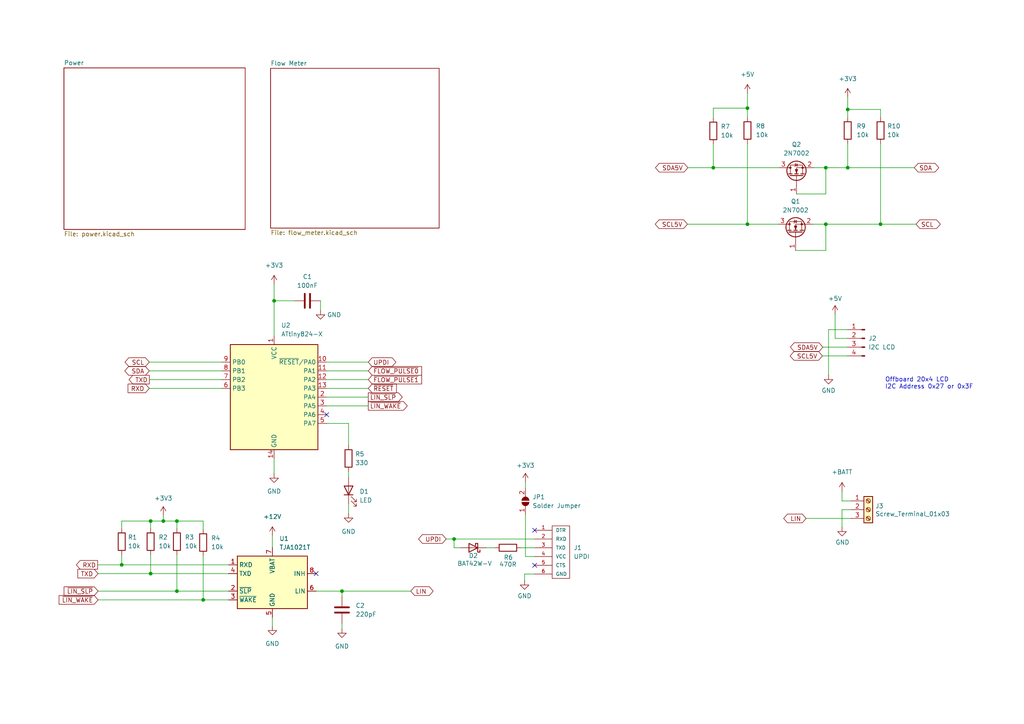
<source format=kicad_sch>
(kicad_sch (version 20211123) (generator eeschema)
  (paper "A4")
  (title_block (title "LINBus Flow Sensor") (date "2023-03-03") (rev "1.0") (company "Gavin Hurlbut"))
  (lib_symbols
    (symbol "Beirdo:FTDI-TARGET" (pin_names (offset 1.016))
      (property "Reference" "J?" (at -1.27 1.27 0))
      (property "Value" "FTDI-TARGET" (at -6.35 -17.78 0))
      (symbol "FTDI-TARGET_0_1"
        (rectangle (start -2.54 0) (end 2.54 -15.24))
      )
      (symbol "FTDI-TARGET_1_1"
        (pin passive line (at -7.62 -1.27 0) (length 5.08) (name "DTR") (number "1"))
        (pin passive line (at -7.62 -3.81 0) (length 5.08) (name "RXD") (number "2"))
        (pin passive line (at -7.62 -6.35 0) (length 5.08) (name "TXD") (number "3"))
        (pin passive line (at -7.62 -8.89 0) (length 5.08) (name "VCC") (number "4"))
        (pin passive line (at -7.62 -11.43 0) (length 5.08) (name "CTS") (number "5"))
        (pin passive line (at -7.62 -13.97 0) (length 5.08) (name "GND") (number "6"))
      )
    )
    (symbol "Connector:Conn_01x04_Male" (pin_names (offset 1.016) hide)
      (property "Reference" "J" (at 0 5.08 0))
      (property "Value" "Conn_01x04_Male" (at 0 -7.62 0))
      (symbol "Conn_01x04_Male_1_1"
        (polyline (pts (xy 1.27 -5.08) (xy 0.8636 -5.08)) (stroke (width 0.1524)))
        (polyline (pts (xy 1.27 -2.54) (xy 0.8636 -2.54)) (stroke (width 0.1524)))
        (polyline (pts (xy 1.27 0) (xy 0.8636 0)) (stroke (width 0.1524)))
        (polyline (pts (xy 1.27 2.54) (xy 0.8636 2.54)) (stroke (width 0.1524)))
        (rectangle (start 0.8636 -4.953) (end 0 -5.207) (stroke (width 0.1524)) (fill (type outline)))
        (rectangle (start 0.8636 -2.413) (end 0 -2.667) (stroke (width 0.1524)) (fill (type outline)))
        (rectangle (start 0.8636 0.127) (end 0 -0.127) (stroke (width 0.1524)) (fill (type outline)))
        (rectangle (start 0.8636 2.667) (end 0 2.413) (stroke (width 0.1524)) (fill (type outline)))
        (pin passive line (at 5.08 2.54 180) (length 3.81) (name "Pin_1") (number "1"))
        (pin passive line (at 5.08 0 180) (length 3.81) (name "Pin_2") (number "2"))
        (pin passive line (at 5.08 -2.54 180) (length 3.81) (name "Pin_3") (number "3"))
        (pin passive line (at 5.08 -5.08 180) (length 3.81) (name "Pin_4") (number "4"))
      )
    )
    (symbol "Connector:Screw_Terminal_01x03" (pin_names (offset 1.016) hide)
      (property "Reference" "J" (at 0 5.08 0))
      (property "Value" "Screw_Terminal_01x03" (at 0 -5.08 0))
      (symbol "Screw_Terminal_01x03_1_1"
        (rectangle (start -1.27 3.81) (end 1.27 -3.81) (stroke (width 0.254)) (fill (type background)))
        (circle (center 0 -2.54) (radius 0.635) (stroke (width 0.1524)))
        (polyline (pts (xy -0.5334 -2.2098) (xy 0.3302 -3.048)) (stroke (width 0.1524)))
        (polyline (pts (xy -0.5334 0.3302) (xy 0.3302 -0.508)) (stroke (width 0.1524)))
        (polyline (pts (xy -0.5334 2.8702) (xy 0.3302 2.032)) (stroke (width 0.1524)))
        (polyline (pts (xy -0.3556 -2.032) (xy 0.508 -2.8702)) (stroke (width 0.1524)))
        (polyline (pts (xy -0.3556 0.508) (xy 0.508 -0.3302)) (stroke (width 0.1524)))
        (polyline (pts (xy -0.3556 3.048) (xy 0.508 2.2098)) (stroke (width 0.1524)))
        (circle (center 0 0) (radius 0.635) (stroke (width 0.1524)))
        (circle (center 0 2.54) (radius 0.635) (stroke (width 0.1524)))
        (pin passive line (at -5.08 2.54 0) (length 3.81) (name "Pin_1") (number "1"))
        (pin passive line (at -5.08 0 0) (length 3.81) (name "Pin_2") (number "2"))
        (pin passive line (at -5.08 -2.54 0) (length 3.81) (name "Pin_3") (number "3"))
      )
    )
    (symbol "Device:C" (pin_numbers hide) (pin_names (offset 0.254))
      (property "Reference" "C" (at 0.635 2.54 0))
      (property "Value" "C" (at 0.635 -2.54 0))
      (symbol "C_0_1"
        (polyline (pts (xy -2.032 -0.762) (xy 2.032 -0.762)) (stroke (width 0.508)))
        (polyline (pts (xy -2.032 0.762) (xy 2.032 0.762)) (stroke (width 0.508)))
      )
      (symbol "C_1_1"
        (pin passive line (at 0 3.81 270) (length 2.794) (name "~") (number "1"))
        (pin passive line (at 0 -3.81 90) (length 2.794) (name "~") (number "2"))
      )
    )
    (symbol "Device:LED" (pin_numbers hide) (pin_names (offset 1.016) hide)
      (property "Reference" "D" (at 0 2.54 0))
      (property "Value" "LED" (at 0 -2.54 0))
      (symbol "LED_0_1"
        (polyline (pts (xy -1.27 -1.27) (xy -1.27 1.27)) (stroke (width 0.254)))
        (polyline (pts (xy -1.27 0) (xy 1.27 0)))
        (polyline (pts (xy 1.27 -1.27) (xy 1.27 1.27) (xy -1.27 0) (xy 1.27 -1.27)) (stroke (width 0.254)))
        (polyline (pts (xy -3.048 -0.762) (xy -4.572 -2.286) (xy -3.81 -2.286) (xy -4.572 -2.286) (xy -4.572 -1.524)))
        (polyline (pts (xy -1.778 -0.762) (xy -3.302 -2.286) (xy -2.54 -2.286) (xy -3.302 -2.286) (xy -3.302 -1.524)))
      )
      (symbol "LED_1_1"
        (pin passive line (at -3.81 0 0) (length 2.54) (name "K") (number "1"))
        (pin passive line (at 3.81 0 180) (length 2.54) (name "A") (number "2"))
      )
    )
    (symbol "Device:R" (pin_numbers hide) (pin_names (offset 0))
      (property "Reference" "R" (at 2.032 0 90))
      (property "Value" "R" (at 0 0 90))
      (symbol "R_0_1"
        (rectangle (start -1.016 -2.54) (end 1.016 2.54) (stroke (width 0.254)))
      )
      (symbol "R_1_1"
        (pin passive line (at 0 3.81 270) (length 1.27) (name "~") (number "1"))
        (pin passive line (at 0 -3.81 90) (length 1.27) (name "~") (number "2"))
      )
    )
    (symbol "Diode:BAT42W-V" (pin_numbers hide) (pin_names (offset 1.016) hide)
      (property "Reference" "D" (at 0 2.54 0))
      (property "Value" "BAT42W-V" (at 0 -2.54 0))
      (symbol "BAT42W-V_0_1"
        (polyline (pts (xy 1.27 0) (xy -1.27 0)))
        (polyline (pts (xy 1.27 1.27) (xy 1.27 -1.27) (xy -1.27 0) (xy 1.27 1.27)) (stroke (width 0.254)))
        (polyline (pts (xy -1.905 0.635) (xy -1.905 1.27) (xy -1.27 1.27) (xy -1.27 -1.27) (xy -0.635 -1.27) (xy -0.635 -0.635)) (stroke (width 0.254)))
      )
      (symbol "BAT42W-V_1_1"
        (pin passive line (at -3.81 0 0) (length 2.54) (name "K") (number "1"))
        (pin passive line (at 3.81 0 180) (length 2.54) (name "A") (number "2"))
      )
    )
    (symbol "GND_1" (power) (pin_names (offset 0))
      (property "Value" "GND_1" (at 0 -3.81 0))
      (symbol "GND_1_0_1"
        (polyline (pts (xy 0 0) (xy 0 -1.27) (xy 1.27 -1.27) (xy 0 -2.54) (xy -1.27 -1.27) (xy 0 -1.27)))
      )
      (symbol "GND_1_1_1"
        (pin power_in line (at 0 0 270) (length 0) hide (name "GND") (number "1"))
      )
    )
    (symbol "Interface_CAN_LIN:TJA1021T"
      (property "Reference" "U" (at -10.16 8.89 0))
      (property "Value" "TJA1021T" (at 1.27 8.89 0))
      (symbol "TJA1021T_0_1"
        (rectangle (start -10.16 7.62) (end 10.16 -7.62) (stroke (width 0.254)) (fill (type background)))
      )
      (symbol "TJA1021T_1_1"
        (pin open_collector line (at -12.7 5.08 0) (length 2.54) (name "RXD") (number "1"))
        (pin input line (at -12.7 -2.54 0) (length 2.54) (name "~{SLP}") (number "2"))
        (pin input line (at -12.7 -5.08 0) (length 2.54) (name "~{WAKE}") (number "3"))
        (pin input line (at -12.7 2.54 0) (length 2.54) (name "TXD") (number "4"))
        (pin power_in line (at 0 -10.16 90) (length 2.54) (name "GND") (number "5"))
        (pin bidirectional line (at 12.7 -2.54 180) (length 2.54) (name "LIN") (number "6"))
        (pin power_in line (at 0 10.16 270) (length 2.54) (name "VBAT") (number "7"))
        (pin output line (at 12.7 2.54 180) (length 2.54) (name "INH") (number "8"))
      )
    )
    (symbol "Jumper:SolderJumper_2_Open" (pin_names (offset 0) hide)
      (property "Reference" "JP" (at 0 2.032 0))
      (property "Value" "SolderJumper_2_Open" (at 0 -2.54 0))
      (symbol "SolderJumper_2_Open_0_1"
        (arc (start -0.254 1.016) (mid -1.27 0) (end -0.254 -1.016))
        (arc (start -0.254 1.016) (mid -1.27 0) (end -0.254 -1.016) (fill (type outline)))
        (polyline (pts (xy -0.254 1.016) (xy -0.254 -1.016)))
        (polyline (pts (xy 0.254 1.016) (xy 0.254 -1.016)))
        (arc (start 0.254 -1.016) (mid 1.27 0) (end 0.254 1.016))
        (arc (start 0.254 -1.016) (mid 1.27 0) (end 0.254 1.016) (fill (type outline)))
      )
      (symbol "SolderJumper_2_Open_1_1"
        (pin passive line (at -3.81 0 0) (length 2.54) (name "A") (number "1"))
        (pin passive line (at 3.81 0 180) (length 2.54) (name "B") (number "2"))
      )
    )
    (symbol "MCU_Microchip_ATtiny:ATtiny824-X"
      (property "Reference" "U" (at -12.7 16.51 0))
      (property "Value" "ATtiny824-X" (at 2.54 -16.51 0))
      (symbol "ATtiny824-X_0_1"
        (rectangle (start -12.7 -15.24) (end 12.7 15.24) (stroke (width 0.254)) (fill (type background)))
      )
      (symbol "ATtiny824-X_1_1"
        (pin power_in line (at 0 17.78 270) (length 2.54) (name "VCC") (number "1"))
        (pin bidirectional line (at 15.24 10.16 180) (length 2.54) (name "~{RESET}/PA0") (number "10"))
        (pin bidirectional line (at 15.24 7.62 180) (length 2.54) (name "PA1") (number "11"))
        (pin bidirectional line (at 15.24 5.08 180) (length 2.54) (name "PA2") (number "12"))
        (pin bidirectional line (at 15.24 2.54 180) (length 2.54) (name "PA3") (number "13"))
        (pin power_in line (at 0 -17.78 90) (length 2.54) (name "GND") (number "14"))
        (pin bidirectional line (at 15.24 0 180) (length 2.54) (name "PA4") (number "2"))
        (pin bidirectional line (at 15.24 -2.54 180) (length 2.54) (name "PA5") (number "3"))
        (pin bidirectional line (at 15.24 -5.08 180) (length 2.54) (name "PA6") (number "4"))
        (pin bidirectional line (at 15.24 -7.62 180) (length 2.54) (name "PA7") (number "5"))
        (pin bidirectional line (at -15.24 2.54 0) (length 2.54) (name "PB3") (number "6"))
        (pin bidirectional line (at -15.24 5.08 0) (length 2.54) (name "PB2") (number "7"))
        (pin bidirectional line (at -15.24 7.62 0) (length 2.54) (name "PB1") (number "8"))
        (pin bidirectional line (at -15.24 10.16 0) (length 2.54) (name "PB0") (number "9"))
      )
    )
    (symbol "Transistor_FET:2N7002" (pin_names hide)
      (property "Reference" "Q" (at 5.08 1.905 0))
      (property "Value" "2N7002" (at 5.08 0 0))
      (symbol "2N7002_0_1"
        (polyline (pts (xy 0.254 0) (xy -2.54 0)))
        (polyline (pts (xy 0.254 1.905) (xy 0.254 -1.905)) (stroke (width 0.254)))
        (polyline (pts (xy 0.762 -1.27) (xy 0.762 -2.286)) (stroke (width 0.254)))
        (polyline (pts (xy 0.762 0.508) (xy 0.762 -0.508)) (stroke (width 0.254)))
        (polyline (pts (xy 0.762 2.286) (xy 0.762 1.27)) (stroke (width 0.254)))
        (polyline (pts (xy 2.54 2.54) (xy 2.54 1.778)))
        (polyline (pts (xy 2.54 -2.54) (xy 2.54 0) (xy 0.762 0)))
        (polyline (pts (xy 0.762 -1.778) (xy 3.302 -1.778) (xy 3.302 1.778) (xy 0.762 1.778)))
        (polyline (pts (xy 1.016 0) (xy 2.032 0.381) (xy 2.032 -0.381) (xy 1.016 0)) (fill (type outline)))
        (polyline (pts (xy 2.794 0.508) (xy 2.921 0.381) (xy 3.683 0.381) (xy 3.81 0.254)))
        (polyline (pts (xy 3.302 0.381) (xy 2.921 -0.254) (xy 3.683 -0.254) (xy 3.302 0.381)))
        (circle (center 1.651 0) (radius 2.794) (stroke (width 0.254)))
        (circle (center 2.54 -1.778) (radius 0.254) (fill (type outline)))
        (circle (center 2.54 1.778) (radius 0.254) (fill (type outline)))
      )
      (symbol "2N7002_1_1"
        (pin input line (at -5.08 0 0) (length 2.54) (name "G") (number "1"))
        (pin passive line (at 2.54 -5.08 90) (length 2.54) (name "S") (number "2"))
        (pin passive line (at 2.54 5.08 270) (length 2.54) (name "D") (number "3"))
      )
    )
    (symbol "power:+12V" (power) (pin_names (offset 0))
      (property "Value" "+12V" (at 0 3.556 0))
      (symbol "+12V_0_1"
        (polyline (pts (xy -0.762 1.27) (xy 0 2.54)))
        (polyline (pts (xy 0 0) (xy 0 2.54)))
        (polyline (pts (xy 0 2.54) (xy 0.762 1.27)))
      )
      (symbol "+12V_1_1"
        (pin power_in line (at 0 0 90) (length 0) hide (name "+12V") (number "1"))
      )
    )
    (symbol "power:+3V3" (power) (pin_names (offset 0))
      (property "Value" "+3V3" (at 0 3.556 0))
      (symbol "+3V3_0_1"
        (polyline (pts (xy -0.762 1.27) (xy 0 2.54)))
        (polyline (pts (xy 0 0) (xy 0 2.54)))
        (polyline (pts (xy 0 2.54) (xy 0.762 1.27)))
      )
      (symbol "+3V3_1_1"
        (pin power_in line (at 0 0 90) (length 0) hide (name "+3V3") (number "1"))
      )
    )
    (symbol "power:+5V" (power) (pin_names (offset 0))
      (property "Value" "+5V" (at 0 3.556 0))
      (symbol "+5V_0_1"
        (polyline (pts (xy -0.762 1.27) (xy 0 2.54)))
        (polyline (pts (xy 0 0) (xy 0 2.54)))
        (polyline (pts (xy 0 2.54) (xy 0.762 1.27)))
      )
      (symbol "+5V_1_1"
        (pin power_in line (at 0 0 90) (length 0) hide (name "+5V") (number "1"))
      )
    )
    (symbol "power:+BATT" (power) (pin_names (offset 0))
      (property "Value" "+BATT" (at 0 3.556 0))
      (symbol "+BATT_0_1"
        (polyline (pts (xy -0.762 1.27) (xy 0 2.54)))
        (polyline (pts (xy 0 0) (xy 0 2.54)))
        (polyline (pts (xy 0 2.54) (xy 0.762 1.27)))
      )
      (symbol "+BATT_1_1"
        (pin power_in line (at 0 0 90) (length 0) hide (name "+BATT") (number "1"))
      )
    )
    (symbol "power:GND" (power) (pin_names (offset 0))
      (property "Value" "GND" (at 0 -3.81 0))
      (symbol "GND_0_1"
        (polyline (pts (xy 0 0) (xy 0 -1.27) (xy 1.27 -1.27) (xy 0 -2.54) (xy -1.27 -1.27) (xy 0 -1.27)))
      )
      (symbol "GND_1_1"
        (pin power_in line (at 0 0 270) (length 0) hide (name "GND") (number "1"))
      )
    )
  )
  (junction (at 239.522 48.641))
  (junction (at 79.502 87.249))
  (junction (at 47.371 151.13))
  (junction (at 216.789 31.369))
  (junction (at 206.883 48.641))
  (junction (at 255.397 65.024))
  (junction (at 43.688 151.13))
  (junction (at 245.872 31.75))
  (junction (at 43.688 166.37))
  (junction (at 239.522 65.024))
  (junction (at 58.928 173.99))
  (junction (at 35.306 163.83))
  (junction (at 99.187 171.45))
  (junction (at 245.872 48.641))
  (junction (at 51.308 171.45))
  (junction (at 131.699 156.337))
  (junction (at 51.308 151.13))
  (junction (at 216.789 65.024))
  (no_connect (at 91.694 166.37))
  (no_connect (at 155.067 163.957))
  (no_connect (at 155.067 153.797))
  (no_connect (at 94.742 120.269))
  (wire (pts (xy 94.742 107.569) (xy 106.807 107.569)))
  (wire (pts (xy 79.502 132.969) (xy 79.502 137.414)))
  (wire (pts (xy 240.3094 108.8136) (xy 240.3094 95.6056)))
  (wire (pts (xy 43.688 166.37) (xy 66.294 166.37)))
  (wire (pts (xy 216.789 65.024) (xy 225.679 65.024)))
  (wire (pts (xy 58.928 161.163) (xy 58.928 173.99)))
  (wire (pts (xy 43.688 151.13) (xy 47.371 151.13)))
  (wire (pts (xy 152.4 139.827) (xy 152.4 141.605)))
  (wire (pts (xy 58.928 173.99) (xy 66.294 173.99)))
  (wire (pts (xy 47.371 151.13) (xy 51.308 151.13)))
  (wire (pts (xy 155.067 166.497) (xy 152.146 166.497)))
  (wire (pts (xy 58.928 151.13) (xy 58.928 153.543)))
  (wire (pts (xy 28.448 171.45) (xy 51.308 171.45)))
  (wire (pts (xy 242.2144 98.1456) (xy 245.7704 98.1456)))
  (wire (pts (xy 79.502 82.423) (xy 79.502 87.249)))
  (wire (pts (xy 79.502 87.249) (xy 79.502 97.409)))
  (wire (pts (xy 245.872 48.641) (xy 265.176 48.641)))
  (wire (pts (xy 99.187 180.721) (xy 99.187 182.372)))
  (wire (pts (xy 239.522 56.261) (xy 239.522 48.641)))
  (wire (pts (xy 106.807 105.029) (xy 94.742 105.029)))
  (wire (pts (xy 245.872 31.75) (xy 255.397 31.75)))
  (wire (pts (xy 152.4 149.225) (xy 152.4 161.417)))
  (wire (pts (xy 199.517 48.641) (xy 206.883 48.641)))
  (wire (pts (xy 131.699 156.337) (xy 155.067 156.337)))
  (wire (pts (xy 35.306 160.909) (xy 35.306 163.83)))
  (wire (pts (xy 129.413 156.337) (xy 131.699 156.337)))
  (wire (pts (xy 99.187 171.45) (xy 119.126 171.45)))
  (wire (pts (xy 244.221 147.828) (xy 246.761 147.828)))
  (wire (pts (xy 43.688 160.909) (xy 43.688 166.37)))
  (wire (pts (xy 245.872 28.194) (xy 245.872 31.75)))
  (wire (pts (xy 51.308 151.13) (xy 51.308 153.289)))
  (wire (pts (xy 206.883 48.641) (xy 225.933 48.641)))
  (wire (pts (xy 94.742 112.649) (xy 106.807 112.649)))
  (wire (pts (xy 141.097 158.877) (xy 143.51 158.877)))
  (wire (pts (xy 231.013 56.261) (xy 239.522 56.261)))
  (wire (pts (xy 245.872 31.75) (xy 245.872 34.036)))
  (wire (pts (xy 94.742 122.809) (xy 101.092 122.809)))
  (wire (pts (xy 78.994 179.07) (xy 78.994 181.61)))
  (wire (pts (xy 230.759 72.644) (xy 239.522 72.644)))
  (wire (pts (xy 79.502 87.249) (xy 85.344 87.249)))
  (wire (pts (xy 235.839 65.024) (xy 239.522 65.024)))
  (wire (pts (xy 216.789 41.656) (xy 216.789 65.024)))
  (wire (pts (xy 246.761 150.368) (xy 233.807 150.368)))
  (wire (pts (xy 94.742 110.109) (xy 106.807 110.109)))
  (wire (pts (xy 242.2144 91.1606) (xy 242.2144 98.1456)))
  (wire (pts (xy 78.994 155.321) (xy 78.994 158.75)))
  (wire (pts (xy 94.742 115.189) (xy 106.807 115.189)))
  (wire (pts (xy 206.883 31.369) (xy 216.789 31.369)))
  (wire (pts (xy 239.522 72.644) (xy 239.522 65.024)))
  (wire (pts (xy 35.306 163.83) (xy 66.294 163.83)))
  (wire (pts (xy 51.308 160.909) (xy 51.308 171.45)))
  (wire (pts (xy 206.883 31.369) (xy 206.883 34.163)))
  (wire (pts (xy 238.6584 100.6856) (xy 245.7704 100.6856)))
  (wire (pts (xy 43.307 110.109) (xy 64.262 110.109)))
  (wire (pts (xy 244.221 152.908) (xy 244.221 147.828)))
  (wire (pts (xy 101.092 146.05) (xy 101.092 148.971)))
  (wire (pts (xy 43.307 112.649) (xy 64.262 112.649)))
  (wire (pts (xy 245.872 41.656) (xy 245.872 48.641)))
  (wire (pts (xy 51.308 171.45) (xy 66.294 171.45)))
  (wire (pts (xy 133.477 158.877) (xy 131.699 158.877)))
  (wire (pts (xy 43.307 105.029) (xy 64.262 105.029)))
  (wire (pts (xy 91.694 171.45) (xy 99.187 171.45)))
  (wire (pts (xy 131.699 158.877) (xy 131.699 156.337)))
  (wire (pts (xy 51.308 151.13) (xy 58.928 151.13)))
  (wire (pts (xy 199.39 65.024) (xy 216.789 65.024)))
  (wire (pts (xy 43.688 151.13) (xy 43.688 153.289)))
  (wire (pts (xy 94.742 117.729) (xy 106.807 117.729)))
  (wire (pts (xy 240.3094 95.6056) (xy 245.7704 95.6056)))
  (wire (pts (xy 236.093 48.641) (xy 239.522 48.641)))
  (wire (pts (xy 43.307 107.569) (xy 64.262 107.569)))
  (wire (pts (xy 244.221 145.288) (xy 244.221 142.494)))
  (wire (pts (xy 239.522 65.024) (xy 255.397 65.024)))
  (wire (pts (xy 101.092 136.779) (xy 101.092 138.43)))
  (wire (pts (xy 35.306 151.13) (xy 43.688 151.13)))
  (wire (pts (xy 152.146 166.497) (xy 152.146 168.402)))
  (wire (pts (xy 92.964 87.249) (xy 92.964 90.043)))
  (wire (pts (xy 101.092 122.809) (xy 101.092 129.159)))
  (wire (pts (xy 35.306 153.289) (xy 35.306 151.13)))
  (wire (pts (xy 155.067 161.417) (xy 152.4 161.417)))
  (wire (pts (xy 244.221 145.288) (xy 246.761 145.288)))
  (wire (pts (xy 255.397 65.024) (xy 265.684 65.024)))
  (wire (pts (xy 255.397 41.656) (xy 255.397 65.024)))
  (wire (pts (xy 239.522 48.641) (xy 245.872 48.641)))
  (wire (pts (xy 238.5314 103.2256) (xy 245.7704 103.2256)))
  (wire (pts (xy 216.789 34.036) (xy 216.789 31.369)))
  (wire (pts (xy 28.448 173.99) (xy 58.928 173.99)))
  (wire (pts (xy 99.187 171.45) (xy 99.187 173.101)))
  (wire (pts (xy 28.321 163.83) (xy 35.306 163.83)))
  (wire (pts (xy 28.448 166.37) (xy 43.688 166.37)))
  (wire (pts (xy 47.371 149.479) (xy 47.371 151.13)))
  (wire (pts (xy 151.13 158.877) (xy 155.067 158.877)))
  (wire (pts (xy 206.883 41.783) (xy 206.883 48.641)))
  (wire (pts (xy 255.397 31.75) (xy 255.397 34.036)))
  (wire (pts (xy 216.789 27.051) (xy 216.789 31.369)))
  (text "Offboard 20x4 LCD\nI2C Address 0x27 or 0x3F" (at 256.6924 113.0046 0) (effects (font (size 1.27 1.27)) (justify left bottom)))
  (global_label "~{FLOW_PULSE0}" (shape input) (at 106.807 107.569 0) (property "Intersheet References" "${INTERSHEET_REFS}" (effects hide)))
  (global_label "~{LIN_SLP}" (shape output) (at 106.807 115.189 0) (property "Intersheet References" "${INTERSHEET_REFS}" (effects hide)))
  (global_label "~{LIN_SLP}" (shape input) (at 28.448 171.45 180) (property "Intersheet References" "${INTERSHEET_REFS}" (effects hide)))
  (global_label "RXD" (shape input) (at 43.307 112.649 180) (property "Intersheet References" "${INTERSHEET_REFS}" (effects hide)))
  (global_label "SCL" (shape bidirectional) (at 43.307 105.029 180) (property "Intersheet References" "${INTERSHEET_REFS}" (effects hide)))
  (global_label "SDA5V" (shape bidirectional) (at 199.517 48.641 180) (property "Intersheet References" "${INTERSHEET_REFS}" (effects hide)))
  (global_label "LIN" (shape bidirectional) (at 119.126 171.45 0) (property "Intersheet References" "${INTERSHEET_REFS}" (effects hide)))
  (global_label "~{LIN_WAKE}" (shape output) (at 106.807 117.729 0) (property "Intersheet References" "${INTERSHEET_REFS}" (effects hide)))
  (global_label "SDA" (shape bidirectional) (at 265.176 48.641 0) (property "Intersheet References" "${INTERSHEET_REFS}" (effects hide)))
  (global_label "LIN" (shape bidirectional) (at 233.807 150.368 180) (property "Intersheet References" "${INTERSHEET_REFS}" (effects hide)))
  (global_label "SCL5V" (shape bidirectional) (at 238.5314 103.2256 180) (property "Intersheet References" "${INTERSHEET_REFS}" (effects hide)))
  (global_label "~{FLOW_PULSE1}" (shape input) (at 106.807 110.109 0) (property "Intersheet References" "${INTERSHEET_REFS}" (effects hide)))
  (global_label "SDA5V" (shape bidirectional) (at 238.6584 100.6856 180) (property "Intersheet References" "${INTERSHEET_REFS}" (effects hide)))
  (global_label "~{RESET}" (shape input) (at 106.807 112.649 0) (property "Intersheet References" "${INTERSHEET_REFS}" (effects hide)))
  (global_label "TXD" (shape input) (at 28.448 166.37 180) (property "Intersheet References" "${INTERSHEET_REFS}" (effects hide)))
  (global_label "~{LIN_WAKE}" (shape input) (at 28.448 173.99 180) (property "Intersheet References" "${INTERSHEET_REFS}" (effects hide)))
  (global_label "SDA" (shape bidirectional) (at 43.307 107.569 180) (property "Intersheet References" "${INTERSHEET_REFS}" (effects hide)))
  (global_label "SCL5V" (shape bidirectional) (at 199.39 65.024 180) (property "Intersheet References" "${INTERSHEET_REFS}" (effects hide)))
  (global_label "SCL" (shape bidirectional) (at 265.684 65.024 0) (property "Intersheet References" "${INTERSHEET_REFS}" (effects hide)))
  (global_label "TXD" (shape output) (at 43.307 110.109 180) (property "Intersheet References" "${INTERSHEET_REFS}" (effects hide)))
  (global_label "UPDI" (shape bidirectional) (at 106.807 105.029 0) (property "Intersheet References" "${INTERSHEET_REFS}" (effects hide)))
  (global_label "RXD" (shape output) (at 28.321 163.83 180) (property "Intersheet References" "${INTERSHEET_REFS}" (effects hide)))
  (global_label "UPDI" (shape bidirectional) (at 129.413 156.337 180) (property "Intersheet References" "${INTERSHEET_REFS}" (effects hide)))
  (symbol (lib_id "Device:R") (at 216.789 37.846 0) (unit 1)
    (property "Reference" "R8" (at 219.202 36.5759 0) (effects (justify left)))
    (property "Value" "10k" (at 219.202 39.1159 0) (effects (justify left)))
    (property "Footprint" "Resistor_SMD:R_0805_2012Metric_Pad1.20x1.40mm_HandSolder" (effects hide))
  )
  (symbol (lib_id "Beirdo:FTDI-TARGET") (at 162.687 152.527 0) (unit 1)
    (property "Reference" "J1" (at 166.37 158.8769 0) (effects (justify left)))
    (property "Value" "UPDI" (at 166.37 161.4169 0) (effects (justify left)))
    (property "Footprint" "Beirdo:FTDI-TARGET" (effects hide))
  )
  (symbol (lib_id "power:+3V3") (at 245.872 28.194 0) (unit 1)
    (property "Reference" "#PWR019" (effects hide))
    (property "Value" "+3V3" (at 245.872 22.86 0))
  )
  (symbol (lib_id "power:GND") (at 244.221 152.908 0) (unit 1)
    (property "Reference" "#PWR018" (effects hide))
    (property "Value" "GND" (at 244.348 157.3022 0))
  )
  (symbol (lib_id "Connector:Screw_Terminal_01x03") (at 251.841 147.828 0) (unit 1)
    (property "Reference" "J3" (at 253.873 146.7612 0) (effects (justify left)))
    (property "Value" "Screw_Terminal_01x03" (at 253.873 149.0726 0) (effects (justify left)))
    (property "Footprint" "TerminalBlock_TE-Connectivity:TerminalBlock_TE_282834-3_1x03_P2.54mm_Horizontal" (effects hide))
  )
  (symbol (lib_id "power:+3V3") (at 152.4 139.827 0) (unit 1)
    (property "Reference" "#PWR012" (effects hide))
    (property "Value" "+3V3" (at 152.4 135.001 0))
  )
  (symbol (lib_id "power:+BATT") (at 244.221 142.494 0) (unit 1)
    (property "Reference" "#PWR017" (effects hide))
    (property "Value" "+BATT" (at 244.221 136.906 0))
  )
  (symbol (lib_id "Device:R") (at 58.928 157.353 0) (unit 1)
    (property "Reference" "R4" (at 61.214 156.0829 0) (effects (justify left)))
    (property "Value" "10k" (at 61.214 158.6229 0) (effects (justify left)))
    (property "Footprint" "Resistor_SMD:R_0805_2012Metric_Pad1.20x1.40mm_HandSolder" (effects hide))
  )
  (symbol (lib_id "power:GND") (at 99.187 182.372 0) (unit 1)
    (property "Reference" "#PWR07" (effects hide))
    (property "Value" "GND" (at 99.187 187.452 0))
  )
  (symbol (lib_id "power:GND") (at 78.994 181.61 0) (unit 1)
    (property "Reference" "#PWR03" (effects hide))
    (property "Value" "GND" (at 78.994 186.69 0))
  )
  (symbol (lib_id "Device:R") (at 255.397 37.846 0) (unit 1)
    (property "Reference" "R10" (at 257.302 36.5759 0) (effects (justify left)))
    (property "Value" "10k" (at 257.302 39.1159 0) (effects (justify left)))
    (property "Footprint" "Resistor_SMD:R_0805_2012Metric_Pad1.20x1.40mm_HandSolder" (effects hide))
  )
  (symbol (lib_id "Device:R") (at 206.883 37.973 0) (unit 1)
    (property "Reference" "R7" (at 209.042 36.7029 0) (effects (justify left)))
    (property "Value" "10k" (at 209.042 39.2429 0) (effects (justify left)))
    (property "Footprint" "Resistor_SMD:R_0805_2012Metric_Pad1.20x1.40mm_HandSolder" (effects hide))
  )
  (symbol (lib_id "Device:R") (at 245.872 37.846 0) (unit 1)
    (property "Reference" "R9" (at 248.412 36.5759 0) (effects (justify left)))
    (property "Value" "10k" (at 248.412 39.1159 0) (effects (justify left)))
    (property "Footprint" "Resistor_SMD:R_0805_2012Metric_Pad1.20x1.40mm_HandSolder" (effects hide))
  )
  (symbol (lib_id "Device:R") (at 35.306 157.099 0) (unit 1)
    (property "Reference" "R1" (at 37.084 155.8289 0) (effects (justify left)))
    (property "Value" "10k" (at 37.084 158.3689 0) (effects (justify left)))
    (property "Footprint" "Resistor_SMD:R_0805_2012Metric_Pad1.20x1.40mm_HandSolder" (effects hide))
  )
  (symbol (lib_id "Device:C") (at 99.187 176.911 0) (unit 1)
    (property "Reference" "C2" (at 103.124 175.6409 0) (effects (justify left)))
    (property "Value" "220pF" (at 103.124 178.1809 0) (effects (justify left)))
    (property "Footprint" "Capacitor_SMD:C_0805_2012Metric_Pad1.18x1.45mm_HandSolder" (effects hide))
  )
  (symbol (lib_id "Device:LED") (at 101.092 142.24 90) (unit 1)
    (property "Reference" "D1" (at 104.267 142.5574 90) (effects (justify right)))
    (property "Value" "LED" (at 104.267 145.0974 90) (effects (justify right)))
    (property "Footprint" "LED_SMD:LED_0805_2012Metric_Pad1.15x1.40mm_HandSolder" (effects hide))
  )
  (symbol (lib_id "Transistor_FET:2N7002") (at 230.759 67.564 90) (unit 1)
    (property "Reference" "Q1" (at 230.759 58.42 90))
    (property "Value" "2N7002" (at 230.759 60.96 90))
    (property "Footprint" "Package_TO_SOT_SMD:SOT-23" (effects hide))
    (property "Datasheet" "https://www.onsemi.com/pub/Collateral/NDS7002A-D.PDF" (effects hide))
  )
  (symbol (lib_id "power:+5V") (at 242.2144 91.1606 0) (unit 1)
    (property "Reference" "#PWR016" (effects hide))
    (property "Value" "+5V" (at 242.2144 86.5886 0))
  )
  (symbol (lib_id "power:GND") (at 79.502 137.414 0) (unit 1)
    (property "Reference" "#PWR05" (effects hide))
    (property "Value" "GND" (at 79.502 142.494 0))
  )
  (symbol (lib_id "Transistor_FET:2N7002") (at 231.013 51.181 90) (unit 1)
    (property "Reference" "Q2" (at 231.013 41.91 90))
    (property "Value" "2N7002" (at 231.013 44.45 90))
    (property "Footprint" "Package_TO_SOT_SMD:SOT-23" (effects hide))
    (property "Datasheet" "https://www.onsemi.com/pub/Collateral/NDS7002A-D.PDF" (effects hide))
  )
  (symbol (lib_id "Connector:Conn_01x04_Male") (at 250.8504 98.1456 0) (mirror y) (unit 1)
    (property "Reference" "J2" (at 251.8664 98.1455 0) (effects (justify right)))
    (property "Value" "I2C LCD" (at 251.8664 100.6855 0) (effects (justify right)))
    (property "Footprint" "Connector_PinHeader_2.54mm:PinHeader_1x04_P2.54mm_Vertical" (effects hide))
  )
  (symbol (lib_id "power:GND") (at 240.3094 108.8136 0) (unit 1)
    (property "Reference" "#PWR015" (effects hide))
    (property "Value" "GND" (at 240.3094 113.2586 0))
  )
  (symbol (lib_id "Diode:BAT42W-V") (at 137.287 158.877 180) (unit 1)
    (property "Reference" "D2" (at 137.287 161.163 0))
    (property "Value" "BAT42W-V" (at 137.668 163.449 0))
    (property "Footprint" "Diode_SMD:D_SOD-123" (effects hide))
    (property "Datasheet" "http://www.vishay.com/docs/85660/bat42.pdf" (effects hide))
  )
  (symbol (lib_name "GND_1") (lib_id "power:GND") (at 152.146 168.402 0) (unit 1)
    (property "Reference" "#PWR011" (effects hide))
    (property "Value" "GND" (at 152.146 172.847 0))
  )
  (symbol (lib_id "MCU_Microchip_ATtiny:ATtiny824-X") (at 79.502 115.189 0) (unit 1)
    (property "Reference" "U2" (at 81.5214 94.361 0) (effects (justify left)))
    (property "Value" "ATtiny824-X" (at 81.5214 96.901 0) (effects (justify left)))
    (property "Footprint" "Package_SO:TSSOP-14_4.4x5mm_P0.65mm" (effects hide))
    (property "Datasheet" "https://ww1.microchip.com/downloads/en/DeviceDoc/ATtiny424-426-427-824-826-827-DataSheet-DS40002311A.pdf" (effects hide))
  )
  (symbol (lib_id "power:+5V") (at 216.789 27.051 0) (unit 1)
    (property "Reference" "#PWR014" (effects hide))
    (property "Value" "+5V" (at 216.789 21.59 0))
  )
  (symbol (lib_id "Device:R") (at 43.688 157.099 0) (unit 1)
    (property "Reference" "R2" (at 45.974 155.8289 0) (effects (justify left)))
    (property "Value" "10k" (at 45.974 158.3689 0) (effects (justify left)))
    (property "Footprint" "Resistor_SMD:R_0805_2012Metric_Pad1.20x1.40mm_HandSolder" (effects hide))
  )
  (symbol (lib_id "Device:R") (at 101.092 132.969 0) (unit 1)
    (property "Reference" "R5" (at 102.997 131.6989 0) (effects (justify left)))
    (property "Value" "330" (at 102.997 134.2389 0) (effects (justify left)))
    (property "Footprint" "Resistor_SMD:R_0805_2012Metric_Pad1.20x1.40mm_HandSolder" (effects hide))
  )
  (symbol (lib_id "Device:R") (at 51.308 157.099 0) (unit 1)
    (property "Reference" "R3" (at 53.594 155.8289 0) (effects (justify left)))
    (property "Value" "10k" (at 53.594 158.3689 0) (effects (justify left)))
    (property "Footprint" "Resistor_SMD:R_0805_2012Metric_Pad1.20x1.40mm_HandSolder" (effects hide))
  )
  (symbol (lib_id "Jumper:SolderJumper_2_Open") (at 152.4 145.415 90) (unit 1)
    (property "Reference" "JP1" (at 154.432 144.1449 90) (effects (justify right)))
    (property "Value" "Solder Jumper" (at 154.432 146.6849 90) (effects (justify right)))
    (property "Footprint" "Jumper:SolderJumper-2_P1.3mm_Open_TrianglePad1.0x1.5mm" (effects hide))
  )
  (symbol (lib_id "power:GND") (at 101.092 148.971 0) (unit 1)
    (property "Reference" "#PWR08" (effects hide))
    (property "Value" "GND" (at 101.092 154.178 0))
  )
  (symbol (lib_id "power:GND") (at 92.964 90.043 0) (unit 1)
    (property "Reference" "#PWR06" (effects hide))
    (property "Value" "GND" (at 94.869 91.3129 0) (effects (justify left)))
  )
  (symbol (lib_id "Device:C") (at 89.154 87.249 270) (unit 1)
    (property "Reference" "C1" (at 89.154 80.264 90))
    (property "Value" "100nF" (at 89.154 82.804 90))
    (property "Footprint" "Capacitor_SMD:C_0805_2012Metric_Pad1.18x1.45mm_HandSolder" (effects hide))
  )
  (symbol (lib_id "Interface_CAN_LIN:TJA1021T") (at 78.994 168.91 0) (unit 1)
    (property "Reference" "U1" (at 81.0134 156.21 0) (effects (justify left)))
    (property "Value" "TJA1021T" (at 81.0134 158.75 0) (effects (justify left)))
    (property "Footprint" "Package_SO:SOIC-8_3.9x4.9mm_P1.27mm" (effects hide))
    (property "Datasheet" "http://www.nxp.com/documents/data_sheet/TJA1021.pdf" (effects hide))
  )
  (symbol (lib_id "power:+12V") (at 78.994 155.321 0) (unit 1)
    (property "Reference" "#PWR02" (effects hide))
    (property "Value" "+12V" (at 78.994 149.86 0))
  )
  (symbol (lib_id "power:+3V3") (at 47.371 149.479 0) (unit 1)
    (property "Reference" "#PWR01" (effects hide))
    (property "Value" "+3V3" (at 47.371 144.526 0))
  )
  (symbol (lib_id "power:+3V3") (at 79.502 82.423 0) (unit 1)
    (property "Reference" "#PWR04" (effects hide))
    (property "Value" "+3V3" (at 79.502 76.962 0))
  )
  (symbol (lib_id "Device:R") (at 147.32 158.877 90) (unit 1)
    (property "Reference" "R6" (at 147.447 161.671 90))
    (property "Value" "470R" (at 147.32 163.703 90))
    (property "Footprint" "Resistor_SMD:R_0805_2012Metric_Pad1.20x1.40mm_HandSolder" (effects hide))
  )
  (sheet (at 78.486 19.812) (size 48.895 46.355) (stroke (width 0.1524))
    (property "Sheet name" "Flow Meter" (at 78.486 19.1004 0) (effects (justify left bottom)))
    (property "Sheet file" "flow_meter.kicad_sch" (at 78.486 66.7516 0) (effects (justify left top)))
  )
  (sheet (at 18.542 19.685) (size 52.578 46.863) (stroke (width 0.1524))
    (property "Sheet name" "Power" (at 18.542 18.9734 0) (effects (justify left bottom)))
    (property "Sheet file" "power.kicad_sch" (at 18.542 67.1326 0) (effects (justify left top)))
  )
)
</source>
